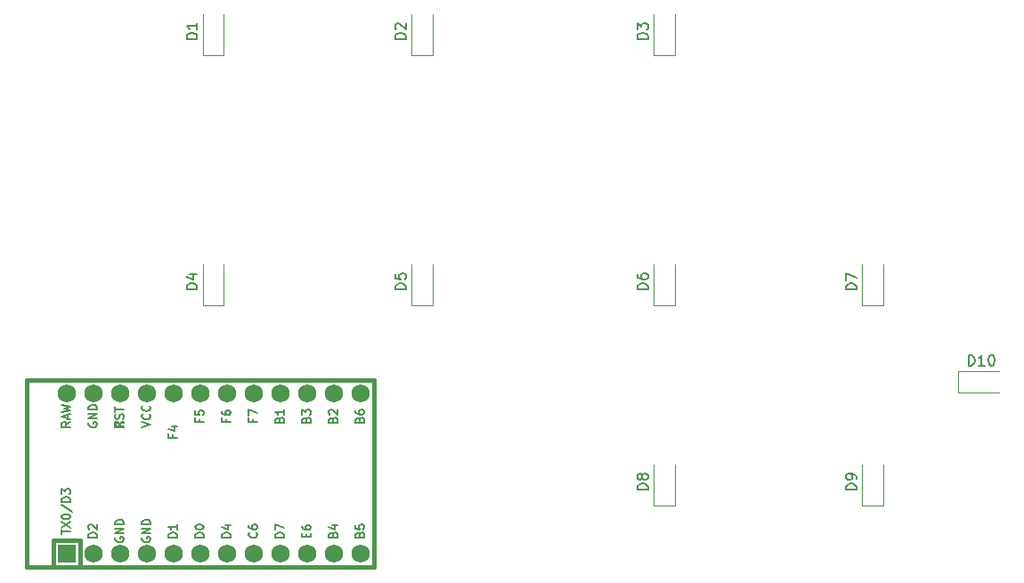
<source format=gbr>
%TF.GenerationSoftware,KiCad,Pcbnew,(6.0.4)*%
%TF.CreationDate,2022-05-06T19:08:14-04:00*%
%TF.ProjectId,F14-DDP,4631342d-4444-4502-9e6b-696361645f70,rev?*%
%TF.SameCoordinates,Original*%
%TF.FileFunction,Legend,Top*%
%TF.FilePolarity,Positive*%
%FSLAX46Y46*%
G04 Gerber Fmt 4.6, Leading zero omitted, Abs format (unit mm)*
G04 Created by KiCad (PCBNEW (6.0.4)) date 2022-05-06 19:08:14*
%MOMM*%
%LPD*%
G01*
G04 APERTURE LIST*
%ADD10C,0.150000*%
%ADD11C,0.120000*%
%ADD12C,0.381000*%
%ADD13R,1.752600X1.752600*%
%ADD14C,1.752600*%
G04 APERTURE END LIST*
D10*
%TO.C,D4*%
X148471130Y-74556845D02*
X147471130Y-74556845D01*
X147471130Y-74318750D01*
X147518750Y-74175892D01*
X147613988Y-74080654D01*
X147709226Y-74033035D01*
X147899702Y-73985416D01*
X148042559Y-73985416D01*
X148233035Y-74033035D01*
X148328273Y-74080654D01*
X148423511Y-74175892D01*
X148471130Y-74318750D01*
X148471130Y-74556845D01*
X147804464Y-73128273D02*
X148471130Y-73128273D01*
X147423511Y-73366369D02*
X148137797Y-73604464D01*
X148137797Y-72985416D01*
%TO.C,D7*%
X211177380Y-74556845D02*
X210177380Y-74556845D01*
X210177380Y-74318750D01*
X210225000Y-74175892D01*
X210320238Y-74080654D01*
X210415476Y-74033035D01*
X210605952Y-73985416D01*
X210748809Y-73985416D01*
X210939285Y-74033035D01*
X211034523Y-74080654D01*
X211129761Y-74175892D01*
X211177380Y-74318750D01*
X211177380Y-74556845D01*
X210177380Y-73652083D02*
X210177380Y-72985416D01*
X211177380Y-73413988D01*
%TO.C,D8*%
X191333630Y-93606845D02*
X190333630Y-93606845D01*
X190333630Y-93368750D01*
X190381250Y-93225892D01*
X190476488Y-93130654D01*
X190571726Y-93083035D01*
X190762202Y-93035416D01*
X190905059Y-93035416D01*
X191095535Y-93083035D01*
X191190773Y-93130654D01*
X191286011Y-93225892D01*
X191333630Y-93368750D01*
X191333630Y-93606845D01*
X190762202Y-92463988D02*
X190714583Y-92559226D01*
X190666964Y-92606845D01*
X190571726Y-92654464D01*
X190524107Y-92654464D01*
X190428869Y-92606845D01*
X190381250Y-92559226D01*
X190333630Y-92463988D01*
X190333630Y-92273511D01*
X190381250Y-92178273D01*
X190428869Y-92130654D01*
X190524107Y-92083035D01*
X190571726Y-92083035D01*
X190666964Y-92130654D01*
X190714583Y-92178273D01*
X190762202Y-92273511D01*
X190762202Y-92463988D01*
X190809821Y-92559226D01*
X190857440Y-92606845D01*
X190952678Y-92654464D01*
X191143154Y-92654464D01*
X191238392Y-92606845D01*
X191286011Y-92559226D01*
X191333630Y-92463988D01*
X191333630Y-92273511D01*
X191286011Y-92178273D01*
X191238392Y-92130654D01*
X191143154Y-92083035D01*
X190952678Y-92083035D01*
X190857440Y-92130654D01*
X190809821Y-92178273D01*
X190762202Y-92273511D01*
%TO.C,D9*%
X211177380Y-93606845D02*
X210177380Y-93606845D01*
X210177380Y-93368750D01*
X210225000Y-93225892D01*
X210320238Y-93130654D01*
X210415476Y-93083035D01*
X210605952Y-93035416D01*
X210748809Y-93035416D01*
X210939285Y-93083035D01*
X211034523Y-93130654D01*
X211129761Y-93225892D01*
X211177380Y-93368750D01*
X211177380Y-93606845D01*
X211177380Y-92559226D02*
X211177380Y-92368750D01*
X211129761Y-92273511D01*
X211082142Y-92225892D01*
X210939285Y-92130654D01*
X210748809Y-92083035D01*
X210367857Y-92083035D01*
X210272619Y-92130654D01*
X210225000Y-92178273D01*
X210177380Y-92273511D01*
X210177380Y-92463988D01*
X210225000Y-92559226D01*
X210272619Y-92606845D01*
X210367857Y-92654464D01*
X210605952Y-92654464D01*
X210701190Y-92606845D01*
X210748809Y-92559226D01*
X210796428Y-92463988D01*
X210796428Y-92273511D01*
X210748809Y-92178273D01*
X210701190Y-92130654D01*
X210605952Y-92083035D01*
%TO.C,D5*%
X168314880Y-74556845D02*
X167314880Y-74556845D01*
X167314880Y-74318750D01*
X167362500Y-74175892D01*
X167457738Y-74080654D01*
X167552976Y-74033035D01*
X167743452Y-73985416D01*
X167886309Y-73985416D01*
X168076785Y-74033035D01*
X168172023Y-74080654D01*
X168267261Y-74175892D01*
X168314880Y-74318750D01*
X168314880Y-74556845D01*
X167314880Y-73080654D02*
X167314880Y-73556845D01*
X167791071Y-73604464D01*
X167743452Y-73556845D01*
X167695833Y-73461607D01*
X167695833Y-73223511D01*
X167743452Y-73128273D01*
X167791071Y-73080654D01*
X167886309Y-73033035D01*
X168124404Y-73033035D01*
X168219642Y-73080654D01*
X168267261Y-73128273D01*
X168314880Y-73223511D01*
X168314880Y-73461607D01*
X168267261Y-73556845D01*
X168219642Y-73604464D01*
%TO.C,D6*%
X191333630Y-74556845D02*
X190333630Y-74556845D01*
X190333630Y-74318750D01*
X190381250Y-74175892D01*
X190476488Y-74080654D01*
X190571726Y-74033035D01*
X190762202Y-73985416D01*
X190905059Y-73985416D01*
X191095535Y-74033035D01*
X191190773Y-74080654D01*
X191286011Y-74175892D01*
X191333630Y-74318750D01*
X191333630Y-74556845D01*
X190333630Y-73128273D02*
X190333630Y-73318750D01*
X190381250Y-73413988D01*
X190428869Y-73461607D01*
X190571726Y-73556845D01*
X190762202Y-73604464D01*
X191143154Y-73604464D01*
X191238392Y-73556845D01*
X191286011Y-73509226D01*
X191333630Y-73413988D01*
X191333630Y-73223511D01*
X191286011Y-73128273D01*
X191238392Y-73080654D01*
X191143154Y-73033035D01*
X190905059Y-73033035D01*
X190809821Y-73080654D01*
X190762202Y-73128273D01*
X190714583Y-73223511D01*
X190714583Y-73413988D01*
X190762202Y-73509226D01*
X190809821Y-73556845D01*
X190905059Y-73604464D01*
%TO.C,D1*%
X148471130Y-50744345D02*
X147471130Y-50744345D01*
X147471130Y-50506250D01*
X147518750Y-50363392D01*
X147613988Y-50268154D01*
X147709226Y-50220535D01*
X147899702Y-50172916D01*
X148042559Y-50172916D01*
X148233035Y-50220535D01*
X148328273Y-50268154D01*
X148423511Y-50363392D01*
X148471130Y-50506250D01*
X148471130Y-50744345D01*
X148471130Y-49220535D02*
X148471130Y-49791964D01*
X148471130Y-49506250D02*
X147471130Y-49506250D01*
X147613988Y-49601488D01*
X147709226Y-49696726D01*
X147756845Y-49791964D01*
%TO.C,U1*%
X161391607Y-97859809D02*
X161429702Y-97745523D01*
X161467797Y-97707428D01*
X161543988Y-97669333D01*
X161658273Y-97669333D01*
X161734464Y-97707428D01*
X161772559Y-97745523D01*
X161810654Y-97821714D01*
X161810654Y-98126476D01*
X161010654Y-98126476D01*
X161010654Y-97859809D01*
X161048750Y-97783619D01*
X161086845Y-97745523D01*
X161163035Y-97707428D01*
X161239226Y-97707428D01*
X161315416Y-97745523D01*
X161353511Y-97783619D01*
X161391607Y-97859809D01*
X161391607Y-98126476D01*
X161277321Y-96983619D02*
X161810654Y-96983619D01*
X160972559Y-97174095D02*
X161543988Y-97364571D01*
X161543988Y-96869333D01*
X143268750Y-98145523D02*
X143230654Y-98221714D01*
X143230654Y-98336000D01*
X143268750Y-98450285D01*
X143344940Y-98526476D01*
X143421130Y-98564571D01*
X143573511Y-98602666D01*
X143687797Y-98602666D01*
X143840178Y-98564571D01*
X143916369Y-98526476D01*
X143992559Y-98450285D01*
X144030654Y-98336000D01*
X144030654Y-98259809D01*
X143992559Y-98145523D01*
X143954464Y-98107428D01*
X143687797Y-98107428D01*
X143687797Y-98259809D01*
X144030654Y-97764571D02*
X143230654Y-97764571D01*
X144030654Y-97307428D01*
X143230654Y-97307428D01*
X144030654Y-96926476D02*
X143230654Y-96926476D01*
X143230654Y-96736000D01*
X143268750Y-96621714D01*
X143344940Y-96545523D01*
X143421130Y-96507428D01*
X143573511Y-96469333D01*
X143687797Y-96469333D01*
X143840178Y-96507428D01*
X143916369Y-96545523D01*
X143992559Y-96621714D01*
X144030654Y-96736000D01*
X144030654Y-96926476D01*
X135610654Y-97837348D02*
X135610654Y-97380205D01*
X136410654Y-97608776D02*
X135610654Y-97608776D01*
X135610654Y-97189729D02*
X136410654Y-96656395D01*
X135610654Y-96656395D02*
X136410654Y-97189729D01*
X135610654Y-96199252D02*
X135610654Y-96123062D01*
X135648750Y-96046872D01*
X135686845Y-96008776D01*
X135763035Y-95970681D01*
X135915416Y-95932586D01*
X136105892Y-95932586D01*
X136258273Y-95970681D01*
X136334464Y-96008776D01*
X136372559Y-96046872D01*
X136410654Y-96123062D01*
X136410654Y-96199252D01*
X136372559Y-96275443D01*
X136334464Y-96313538D01*
X136258273Y-96351633D01*
X136105892Y-96389729D01*
X135915416Y-96389729D01*
X135763035Y-96351633D01*
X135686845Y-96313538D01*
X135648750Y-96275443D01*
X135610654Y-96199252D01*
X135572559Y-95018300D02*
X136601130Y-95704014D01*
X136410654Y-94751633D02*
X135610654Y-94751633D01*
X135610654Y-94561157D01*
X135648750Y-94446872D01*
X135724940Y-94370681D01*
X135801130Y-94332586D01*
X135953511Y-94294491D01*
X136067797Y-94294491D01*
X136220178Y-94332586D01*
X136296369Y-94370681D01*
X136372559Y-94446872D01*
X136410654Y-94561157D01*
X136410654Y-94751633D01*
X135610654Y-94027824D02*
X135610654Y-93532586D01*
X135915416Y-93799252D01*
X135915416Y-93684967D01*
X135953511Y-93608776D01*
X135991607Y-93570681D01*
X136067797Y-93532586D01*
X136258273Y-93532586D01*
X136334464Y-93570681D01*
X136372559Y-93608776D01*
X136410654Y-93684967D01*
X136410654Y-93913538D01*
X136372559Y-93989729D01*
X136334464Y-94027824D01*
X141422559Y-86875213D02*
X141460654Y-86760927D01*
X141460654Y-86570451D01*
X141422559Y-86494260D01*
X141384464Y-86456165D01*
X141308273Y-86418070D01*
X141232083Y-86418070D01*
X141155892Y-86456165D01*
X141117797Y-86494260D01*
X141079702Y-86570451D01*
X141041607Y-86722832D01*
X141003511Y-86799022D01*
X140965416Y-86837118D01*
X140889226Y-86875213D01*
X140813035Y-86875213D01*
X140736845Y-86837118D01*
X140698750Y-86799022D01*
X140660654Y-86722832D01*
X140660654Y-86532356D01*
X140698750Y-86418070D01*
X140660654Y-86189499D02*
X140660654Y-85732356D01*
X141460654Y-85960927D02*
X140660654Y-85960927D01*
X151650654Y-98126476D02*
X150850654Y-98126476D01*
X150850654Y-97936000D01*
X150888750Y-97821714D01*
X150964940Y-97745523D01*
X151041130Y-97707428D01*
X151193511Y-97669333D01*
X151307797Y-97669333D01*
X151460178Y-97707428D01*
X151536369Y-97745523D01*
X151612559Y-97821714D01*
X151650654Y-97936000D01*
X151650654Y-98126476D01*
X151117321Y-96983619D02*
X151650654Y-96983619D01*
X150812559Y-97174095D02*
X151383988Y-97364571D01*
X151383988Y-96869333D01*
X158851607Y-98088380D02*
X158851607Y-97821714D01*
X159270654Y-97707428D02*
X159270654Y-98088380D01*
X158470654Y-98088380D01*
X158470654Y-97707428D01*
X158470654Y-97021714D02*
X158470654Y-97174095D01*
X158508750Y-97250285D01*
X158546845Y-97288380D01*
X158661130Y-97364571D01*
X158813511Y-97402666D01*
X159118273Y-97402666D01*
X159194464Y-97364571D01*
X159232559Y-97326476D01*
X159270654Y-97250285D01*
X159270654Y-97097904D01*
X159232559Y-97021714D01*
X159194464Y-96983619D01*
X159118273Y-96945523D01*
X158927797Y-96945523D01*
X158851607Y-96983619D01*
X158813511Y-97021714D01*
X158775416Y-97097904D01*
X158775416Y-97250285D01*
X158813511Y-97326476D01*
X158851607Y-97364571D01*
X158927797Y-97402666D01*
X136410654Y-87166380D02*
X136029702Y-87433047D01*
X136410654Y-87623523D02*
X135610654Y-87623523D01*
X135610654Y-87318761D01*
X135648750Y-87242571D01*
X135686845Y-87204476D01*
X135763035Y-87166380D01*
X135877321Y-87166380D01*
X135953511Y-87204476D01*
X135991607Y-87242571D01*
X136029702Y-87318761D01*
X136029702Y-87623523D01*
X136182083Y-86861619D02*
X136182083Y-86480666D01*
X136410654Y-86937809D02*
X135610654Y-86671142D01*
X136410654Y-86404476D01*
X135610654Y-86214000D02*
X136410654Y-86023523D01*
X135839226Y-85871142D01*
X136410654Y-85718761D01*
X135610654Y-85528285D01*
X161391607Y-86937809D02*
X161429702Y-86823523D01*
X161467797Y-86785428D01*
X161543988Y-86747333D01*
X161658273Y-86747333D01*
X161734464Y-86785428D01*
X161772559Y-86823523D01*
X161810654Y-86899714D01*
X161810654Y-87204476D01*
X161010654Y-87204476D01*
X161010654Y-86937809D01*
X161048750Y-86861619D01*
X161086845Y-86823523D01*
X161163035Y-86785428D01*
X161239226Y-86785428D01*
X161315416Y-86823523D01*
X161353511Y-86861619D01*
X161391607Y-86937809D01*
X161391607Y-87204476D01*
X161086845Y-86442571D02*
X161048750Y-86404476D01*
X161010654Y-86328285D01*
X161010654Y-86137809D01*
X161048750Y-86061619D01*
X161086845Y-86023523D01*
X161163035Y-85985428D01*
X161239226Y-85985428D01*
X161353511Y-86023523D01*
X161810654Y-86480666D01*
X161810654Y-85985428D01*
X163931607Y-86937809D02*
X163969702Y-86823523D01*
X164007797Y-86785428D01*
X164083988Y-86747333D01*
X164198273Y-86747333D01*
X164274464Y-86785428D01*
X164312559Y-86823523D01*
X164350654Y-86899714D01*
X164350654Y-87204476D01*
X163550654Y-87204476D01*
X163550654Y-86937809D01*
X163588750Y-86861619D01*
X163626845Y-86823523D01*
X163703035Y-86785428D01*
X163779226Y-86785428D01*
X163855416Y-86823523D01*
X163893511Y-86861619D01*
X163931607Y-86937809D01*
X163931607Y-87204476D01*
X163550654Y-86061619D02*
X163550654Y-86214000D01*
X163588750Y-86290190D01*
X163626845Y-86328285D01*
X163741130Y-86404476D01*
X163893511Y-86442571D01*
X164198273Y-86442571D01*
X164274464Y-86404476D01*
X164312559Y-86366380D01*
X164350654Y-86290190D01*
X164350654Y-86137809D01*
X164312559Y-86061619D01*
X164274464Y-86023523D01*
X164198273Y-85985428D01*
X164007797Y-85985428D01*
X163931607Y-86023523D01*
X163893511Y-86061619D01*
X163855416Y-86137809D01*
X163855416Y-86290190D01*
X163893511Y-86366380D01*
X163931607Y-86404476D01*
X164007797Y-86442571D01*
X151231607Y-86880666D02*
X151231607Y-87147333D01*
X151650654Y-87147333D02*
X150850654Y-87147333D01*
X150850654Y-86766380D01*
X150850654Y-86118761D02*
X150850654Y-86271142D01*
X150888750Y-86347333D01*
X150926845Y-86385428D01*
X151041130Y-86461619D01*
X151193511Y-86499714D01*
X151498273Y-86499714D01*
X151574464Y-86461619D01*
X151612559Y-86423523D01*
X151650654Y-86347333D01*
X151650654Y-86194952D01*
X151612559Y-86118761D01*
X151574464Y-86080666D01*
X151498273Y-86042571D01*
X151307797Y-86042571D01*
X151231607Y-86080666D01*
X151193511Y-86118761D01*
X151155416Y-86194952D01*
X151155416Y-86347333D01*
X151193511Y-86423523D01*
X151231607Y-86461619D01*
X151307797Y-86499714D01*
X153771607Y-86880666D02*
X153771607Y-87147333D01*
X154190654Y-87147333D02*
X153390654Y-87147333D01*
X153390654Y-86766380D01*
X153390654Y-86537809D02*
X153390654Y-86004476D01*
X154190654Y-86347333D01*
X138950654Y-98126476D02*
X138150654Y-98126476D01*
X138150654Y-97936000D01*
X138188750Y-97821714D01*
X138264940Y-97745523D01*
X138341130Y-97707428D01*
X138493511Y-97669333D01*
X138607797Y-97669333D01*
X138760178Y-97707428D01*
X138836369Y-97745523D01*
X138912559Y-97821714D01*
X138950654Y-97936000D01*
X138950654Y-98126476D01*
X138226845Y-97364571D02*
X138188750Y-97326476D01*
X138150654Y-97250285D01*
X138150654Y-97059809D01*
X138188750Y-96983619D01*
X138226845Y-96945523D01*
X138303035Y-96907428D01*
X138379226Y-96907428D01*
X138493511Y-96945523D01*
X138950654Y-97402666D01*
X138950654Y-96907428D01*
X154114464Y-97669333D02*
X154152559Y-97707428D01*
X154190654Y-97821714D01*
X154190654Y-97897904D01*
X154152559Y-98012190D01*
X154076369Y-98088380D01*
X154000178Y-98126476D01*
X153847797Y-98164571D01*
X153733511Y-98164571D01*
X153581130Y-98126476D01*
X153504940Y-98088380D01*
X153428750Y-98012190D01*
X153390654Y-97897904D01*
X153390654Y-97821714D01*
X153428750Y-97707428D01*
X153466845Y-97669333D01*
X153390654Y-96983619D02*
X153390654Y-97136000D01*
X153428750Y-97212190D01*
X153466845Y-97250285D01*
X153581130Y-97326476D01*
X153733511Y-97364571D01*
X154038273Y-97364571D01*
X154114464Y-97326476D01*
X154152559Y-97288380D01*
X154190654Y-97212190D01*
X154190654Y-97059809D01*
X154152559Y-96983619D01*
X154114464Y-96945523D01*
X154038273Y-96907428D01*
X153847797Y-96907428D01*
X153771607Y-96945523D01*
X153733511Y-96983619D01*
X153695416Y-97059809D01*
X153695416Y-97212190D01*
X153733511Y-97288380D01*
X153771607Y-97326476D01*
X153847797Y-97364571D01*
X156730654Y-98126476D02*
X155930654Y-98126476D01*
X155930654Y-97936000D01*
X155968750Y-97821714D01*
X156044940Y-97745523D01*
X156121130Y-97707428D01*
X156273511Y-97669333D01*
X156387797Y-97669333D01*
X156540178Y-97707428D01*
X156616369Y-97745523D01*
X156692559Y-97821714D01*
X156730654Y-97936000D01*
X156730654Y-98126476D01*
X155930654Y-97402666D02*
X155930654Y-96869333D01*
X156730654Y-97212190D01*
X163931607Y-97859809D02*
X163969702Y-97745523D01*
X164007797Y-97707428D01*
X164083988Y-97669333D01*
X164198273Y-97669333D01*
X164274464Y-97707428D01*
X164312559Y-97745523D01*
X164350654Y-97821714D01*
X164350654Y-98126476D01*
X163550654Y-98126476D01*
X163550654Y-97859809D01*
X163588750Y-97783619D01*
X163626845Y-97745523D01*
X163703035Y-97707428D01*
X163779226Y-97707428D01*
X163855416Y-97745523D01*
X163893511Y-97783619D01*
X163931607Y-97859809D01*
X163931607Y-98126476D01*
X163550654Y-96945523D02*
X163550654Y-97326476D01*
X163931607Y-97364571D01*
X163893511Y-97326476D01*
X163855416Y-97250285D01*
X163855416Y-97059809D01*
X163893511Y-96983619D01*
X163931607Y-96945523D01*
X164007797Y-96907428D01*
X164198273Y-96907428D01*
X164274464Y-96945523D01*
X164312559Y-96983619D01*
X164350654Y-97059809D01*
X164350654Y-97250285D01*
X164312559Y-97326476D01*
X164274464Y-97364571D01*
X158851607Y-86937809D02*
X158889702Y-86823523D01*
X158927797Y-86785428D01*
X159003988Y-86747333D01*
X159118273Y-86747333D01*
X159194464Y-86785428D01*
X159232559Y-86823523D01*
X159270654Y-86899714D01*
X159270654Y-87204476D01*
X158470654Y-87204476D01*
X158470654Y-86937809D01*
X158508750Y-86861619D01*
X158546845Y-86823523D01*
X158623035Y-86785428D01*
X158699226Y-86785428D01*
X158775416Y-86823523D01*
X158813511Y-86861619D01*
X158851607Y-86937809D01*
X158851607Y-87204476D01*
X158470654Y-86480666D02*
X158470654Y-85985428D01*
X158775416Y-86252095D01*
X158775416Y-86137809D01*
X158813511Y-86061619D01*
X158851607Y-86023523D01*
X158927797Y-85985428D01*
X159118273Y-85985428D01*
X159194464Y-86023523D01*
X159232559Y-86061619D01*
X159270654Y-86137809D01*
X159270654Y-86366380D01*
X159232559Y-86442571D01*
X159194464Y-86480666D01*
X138188750Y-87223523D02*
X138150654Y-87299714D01*
X138150654Y-87414000D01*
X138188750Y-87528285D01*
X138264940Y-87604476D01*
X138341130Y-87642571D01*
X138493511Y-87680666D01*
X138607797Y-87680666D01*
X138760178Y-87642571D01*
X138836369Y-87604476D01*
X138912559Y-87528285D01*
X138950654Y-87414000D01*
X138950654Y-87337809D01*
X138912559Y-87223523D01*
X138874464Y-87185428D01*
X138607797Y-87185428D01*
X138607797Y-87337809D01*
X138950654Y-86842571D02*
X138150654Y-86842571D01*
X138950654Y-86385428D01*
X138150654Y-86385428D01*
X138950654Y-86004476D02*
X138150654Y-86004476D01*
X138150654Y-85814000D01*
X138188750Y-85699714D01*
X138264940Y-85623523D01*
X138341130Y-85585428D01*
X138493511Y-85547333D01*
X138607797Y-85547333D01*
X138760178Y-85585428D01*
X138836369Y-85623523D01*
X138912559Y-85699714D01*
X138950654Y-85814000D01*
X138950654Y-86004476D01*
X143230654Y-87680666D02*
X144030654Y-87414000D01*
X143230654Y-87147333D01*
X143954464Y-86423523D02*
X143992559Y-86461619D01*
X144030654Y-86575904D01*
X144030654Y-86652095D01*
X143992559Y-86766380D01*
X143916369Y-86842571D01*
X143840178Y-86880666D01*
X143687797Y-86918761D01*
X143573511Y-86918761D01*
X143421130Y-86880666D01*
X143344940Y-86842571D01*
X143268750Y-86766380D01*
X143230654Y-86652095D01*
X143230654Y-86575904D01*
X143268750Y-86461619D01*
X143306845Y-86423523D01*
X143954464Y-85623523D02*
X143992559Y-85661619D01*
X144030654Y-85775904D01*
X144030654Y-85852095D01*
X143992559Y-85966380D01*
X143916369Y-86042571D01*
X143840178Y-86080666D01*
X143687797Y-86118761D01*
X143573511Y-86118761D01*
X143421130Y-86080666D01*
X143344940Y-86042571D01*
X143268750Y-85966380D01*
X143230654Y-85852095D01*
X143230654Y-85775904D01*
X143268750Y-85661619D01*
X143306845Y-85623523D01*
X146151607Y-88372916D02*
X146151607Y-88639583D01*
X146570654Y-88639583D02*
X145770654Y-88639583D01*
X145770654Y-88258630D01*
X146037321Y-87611011D02*
X146570654Y-87611011D01*
X145732559Y-87801488D02*
X146303988Y-87991964D01*
X146303988Y-87496726D01*
X140728750Y-98145523D02*
X140690654Y-98221714D01*
X140690654Y-98336000D01*
X140728750Y-98450285D01*
X140804940Y-98526476D01*
X140881130Y-98564571D01*
X141033511Y-98602666D01*
X141147797Y-98602666D01*
X141300178Y-98564571D01*
X141376369Y-98526476D01*
X141452559Y-98450285D01*
X141490654Y-98336000D01*
X141490654Y-98259809D01*
X141452559Y-98145523D01*
X141414464Y-98107428D01*
X141147797Y-98107428D01*
X141147797Y-98259809D01*
X141490654Y-97764571D02*
X140690654Y-97764571D01*
X141490654Y-97307428D01*
X140690654Y-97307428D01*
X141490654Y-96926476D02*
X140690654Y-96926476D01*
X140690654Y-96736000D01*
X140728750Y-96621714D01*
X140804940Y-96545523D01*
X140881130Y-96507428D01*
X141033511Y-96469333D01*
X141147797Y-96469333D01*
X141300178Y-96507428D01*
X141376369Y-96545523D01*
X141452559Y-96621714D01*
X141490654Y-96736000D01*
X141490654Y-96926476D01*
X148691607Y-86880666D02*
X148691607Y-87147333D01*
X149110654Y-87147333D02*
X148310654Y-87147333D01*
X148310654Y-86766380D01*
X148310654Y-86080666D02*
X148310654Y-86461619D01*
X148691607Y-86499714D01*
X148653511Y-86461619D01*
X148615416Y-86385428D01*
X148615416Y-86194952D01*
X148653511Y-86118761D01*
X148691607Y-86080666D01*
X148767797Y-86042571D01*
X148958273Y-86042571D01*
X149034464Y-86080666D01*
X149072559Y-86118761D01*
X149110654Y-86194952D01*
X149110654Y-86385428D01*
X149072559Y-86461619D01*
X149034464Y-86499714D01*
X149110654Y-98126476D02*
X148310654Y-98126476D01*
X148310654Y-97936000D01*
X148348750Y-97821714D01*
X148424940Y-97745523D01*
X148501130Y-97707428D01*
X148653511Y-97669333D01*
X148767797Y-97669333D01*
X148920178Y-97707428D01*
X148996369Y-97745523D01*
X149072559Y-97821714D01*
X149110654Y-97936000D01*
X149110654Y-98126476D01*
X148310654Y-97174095D02*
X148310654Y-97097904D01*
X148348750Y-97021714D01*
X148386845Y-96983619D01*
X148463035Y-96945523D01*
X148615416Y-96907428D01*
X148805892Y-96907428D01*
X148958273Y-96945523D01*
X149034464Y-96983619D01*
X149072559Y-97021714D01*
X149110654Y-97097904D01*
X149110654Y-97174095D01*
X149072559Y-97250285D01*
X149034464Y-97288380D01*
X148958273Y-97326476D01*
X148805892Y-97364571D01*
X148615416Y-97364571D01*
X148463035Y-97326476D01*
X148386845Y-97288380D01*
X148348750Y-97250285D01*
X148310654Y-97174095D01*
X146570654Y-98126476D02*
X145770654Y-98126476D01*
X145770654Y-97936000D01*
X145808750Y-97821714D01*
X145884940Y-97745523D01*
X145961130Y-97707428D01*
X146113511Y-97669333D01*
X146227797Y-97669333D01*
X146380178Y-97707428D01*
X146456369Y-97745523D01*
X146532559Y-97821714D01*
X146570654Y-97936000D01*
X146570654Y-98126476D01*
X146570654Y-96907428D02*
X146570654Y-97364571D01*
X146570654Y-97136000D02*
X145770654Y-97136000D01*
X145884940Y-97212190D01*
X145961130Y-97288380D01*
X145999226Y-97364571D01*
X156311607Y-86937809D02*
X156349702Y-86823523D01*
X156387797Y-86785428D01*
X156463988Y-86747333D01*
X156578273Y-86747333D01*
X156654464Y-86785428D01*
X156692559Y-86823523D01*
X156730654Y-86899714D01*
X156730654Y-87204476D01*
X155930654Y-87204476D01*
X155930654Y-86937809D01*
X155968750Y-86861619D01*
X156006845Y-86823523D01*
X156083035Y-86785428D01*
X156159226Y-86785428D01*
X156235416Y-86823523D01*
X156273511Y-86861619D01*
X156311607Y-86937809D01*
X156311607Y-87204476D01*
X156730654Y-85985428D02*
X156730654Y-86442571D01*
X156730654Y-86214000D02*
X155930654Y-86214000D01*
X156044940Y-86290190D01*
X156121130Y-86366380D01*
X156159226Y-86442571D01*
%TO.C,D3*%
X191333630Y-50744345D02*
X190333630Y-50744345D01*
X190333630Y-50506250D01*
X190381250Y-50363392D01*
X190476488Y-50268154D01*
X190571726Y-50220535D01*
X190762202Y-50172916D01*
X190905059Y-50172916D01*
X191095535Y-50220535D01*
X191190773Y-50268154D01*
X191286011Y-50363392D01*
X191333630Y-50506250D01*
X191333630Y-50744345D01*
X190333630Y-49839583D02*
X190333630Y-49220535D01*
X190714583Y-49553869D01*
X190714583Y-49411011D01*
X190762202Y-49315773D01*
X190809821Y-49268154D01*
X190905059Y-49220535D01*
X191143154Y-49220535D01*
X191238392Y-49268154D01*
X191286011Y-49315773D01*
X191333630Y-49411011D01*
X191333630Y-49696726D01*
X191286011Y-49791964D01*
X191238392Y-49839583D01*
%TO.C,D2*%
X168314880Y-50744345D02*
X167314880Y-50744345D01*
X167314880Y-50506250D01*
X167362500Y-50363392D01*
X167457738Y-50268154D01*
X167552976Y-50220535D01*
X167743452Y-50172916D01*
X167886309Y-50172916D01*
X168076785Y-50220535D01*
X168172023Y-50268154D01*
X168267261Y-50363392D01*
X168314880Y-50506250D01*
X168314880Y-50744345D01*
X167410119Y-49791964D02*
X167362500Y-49744345D01*
X167314880Y-49649107D01*
X167314880Y-49411011D01*
X167362500Y-49315773D01*
X167410119Y-49268154D01*
X167505357Y-49220535D01*
X167600595Y-49220535D01*
X167743452Y-49268154D01*
X168314880Y-49839583D01*
X168314880Y-49220535D01*
%TO.C,D10*%
X221829464Y-81796130D02*
X221829464Y-80796130D01*
X222067559Y-80796130D01*
X222210416Y-80843750D01*
X222305654Y-80938988D01*
X222353273Y-81034226D01*
X222400892Y-81224702D01*
X222400892Y-81367559D01*
X222353273Y-81558035D01*
X222305654Y-81653273D01*
X222210416Y-81748511D01*
X222067559Y-81796130D01*
X221829464Y-81796130D01*
X223353273Y-81796130D02*
X222781845Y-81796130D01*
X223067559Y-81796130D02*
X223067559Y-80796130D01*
X222972321Y-80938988D01*
X222877083Y-81034226D01*
X222781845Y-81081845D01*
X223972321Y-80796130D02*
X224067559Y-80796130D01*
X224162797Y-80843750D01*
X224210416Y-80891369D01*
X224258035Y-80986607D01*
X224305654Y-81177083D01*
X224305654Y-81415178D01*
X224258035Y-81605654D01*
X224210416Y-81700892D01*
X224162797Y-81748511D01*
X224067559Y-81796130D01*
X223972321Y-81796130D01*
X223877083Y-81748511D01*
X223829464Y-81700892D01*
X223781845Y-81605654D01*
X223734226Y-81415178D01*
X223734226Y-81177083D01*
X223781845Y-80986607D01*
X223829464Y-80891369D01*
X223877083Y-80843750D01*
X223972321Y-80796130D01*
D11*
%TO.C,D4*%
X149018750Y-76068750D02*
X149018750Y-72168750D01*
X149018750Y-76068750D02*
X151018750Y-76068750D01*
X151018750Y-76068750D02*
X151018750Y-72168750D01*
%TO.C,D7*%
X211725000Y-76068750D02*
X213725000Y-76068750D01*
X213725000Y-76068750D02*
X213725000Y-72168750D01*
X211725000Y-76068750D02*
X211725000Y-72168750D01*
%TO.C,D8*%
X191881250Y-95118750D02*
X191881250Y-91218750D01*
X193881250Y-95118750D02*
X193881250Y-91218750D01*
X191881250Y-95118750D02*
X193881250Y-95118750D01*
%TO.C,D9*%
X211725000Y-95118750D02*
X211725000Y-91218750D01*
X213725000Y-95118750D02*
X213725000Y-91218750D01*
X211725000Y-95118750D02*
X213725000Y-95118750D01*
%TO.C,D5*%
X168862500Y-76068750D02*
X168862500Y-72168750D01*
X170862500Y-76068750D02*
X170862500Y-72168750D01*
X168862500Y-76068750D02*
X170862500Y-76068750D01*
%TO.C,D6*%
X191881250Y-76068750D02*
X191881250Y-72168750D01*
X193881250Y-76068750D02*
X193881250Y-72168750D01*
X191881250Y-76068750D02*
X193881250Y-76068750D01*
%TO.C,D1*%
X151018750Y-52256250D02*
X151018750Y-48356250D01*
X149018750Y-52256250D02*
X149018750Y-48356250D01*
X149018750Y-52256250D02*
X151018750Y-52256250D01*
D12*
%TO.C,U1*%
X134778750Y-98425000D02*
X137318750Y-98425000D01*
X137318750Y-98425000D02*
X137318750Y-100965000D01*
X165258750Y-100965000D02*
X165258750Y-83185000D01*
X132238750Y-83185000D02*
X132238750Y-100965000D01*
X134778750Y-100965000D02*
X165258750Y-100965000D01*
X165258750Y-83185000D02*
X134778750Y-83185000D01*
X134778750Y-83185000D02*
X132238750Y-83185000D01*
X134778750Y-98425000D02*
X134778750Y-100965000D01*
X132238750Y-100965000D02*
X134778750Y-100965000D01*
G36*
X141458110Y-87243432D02*
G01*
X141258110Y-87243432D01*
X141258110Y-87143432D01*
X141458110Y-87143432D01*
X141458110Y-87243432D01*
G37*
D10*
X141458110Y-87243432D02*
X141258110Y-87243432D01*
X141258110Y-87143432D01*
X141458110Y-87143432D01*
X141458110Y-87243432D01*
G36*
X141158110Y-87443432D02*
G01*
X141058110Y-87443432D01*
X141058110Y-87343432D01*
X141158110Y-87343432D01*
X141158110Y-87443432D01*
G37*
X141158110Y-87443432D02*
X141058110Y-87443432D01*
X141058110Y-87343432D01*
X141158110Y-87343432D01*
X141158110Y-87443432D01*
G36*
X141458110Y-87643432D02*
G01*
X140658110Y-87643432D01*
X140658110Y-87543432D01*
X141458110Y-87543432D01*
X141458110Y-87643432D01*
G37*
X141458110Y-87643432D02*
X140658110Y-87643432D01*
X140658110Y-87543432D01*
X141458110Y-87543432D01*
X141458110Y-87643432D01*
G36*
X140958110Y-87243432D02*
G01*
X140658110Y-87243432D01*
X140658110Y-87143432D01*
X140958110Y-87143432D01*
X140958110Y-87243432D01*
G37*
X140958110Y-87243432D02*
X140658110Y-87243432D01*
X140658110Y-87143432D01*
X140958110Y-87143432D01*
X140958110Y-87243432D01*
G36*
X140758110Y-87643432D02*
G01*
X140658110Y-87643432D01*
X140658110Y-87143432D01*
X140758110Y-87143432D01*
X140758110Y-87643432D01*
G37*
X140758110Y-87643432D02*
X140658110Y-87643432D01*
X140658110Y-87143432D01*
X140758110Y-87143432D01*
X140758110Y-87643432D01*
D11*
%TO.C,D3*%
X193881250Y-52256250D02*
X193881250Y-48356250D01*
X191881250Y-52256250D02*
X193881250Y-52256250D01*
X191881250Y-52256250D02*
X191881250Y-48356250D01*
%TO.C,D2*%
X168862500Y-52256250D02*
X170862500Y-52256250D01*
X170862500Y-52256250D02*
X170862500Y-48356250D01*
X168862500Y-52256250D02*
X168862500Y-48356250D01*
%TO.C,D10*%
X220793750Y-82343750D02*
X220793750Y-84343750D01*
X220793750Y-82343750D02*
X224693750Y-82343750D01*
X220793750Y-84343750D02*
X224693750Y-84343750D01*
%TD*%
D13*
%TO.C,U1*%
X136048750Y-99695000D03*
D14*
X138588750Y-99695000D03*
X141128750Y-99695000D03*
X143668750Y-99695000D03*
X146208750Y-99695000D03*
X148748750Y-99695000D03*
X151288750Y-99695000D03*
X153828750Y-99695000D03*
X156368750Y-99695000D03*
X158908750Y-99695000D03*
X161448750Y-99695000D03*
X163988750Y-99695000D03*
X163988750Y-84455000D03*
X161448750Y-84455000D03*
X158908750Y-84455000D03*
X156368750Y-84455000D03*
X153828750Y-84455000D03*
X151288750Y-84455000D03*
X148748750Y-84455000D03*
X146208750Y-84455000D03*
X143668750Y-84455000D03*
X141128750Y-84455000D03*
X138588750Y-84455000D03*
X136048750Y-84455000D03*
%TD*%
M02*

</source>
